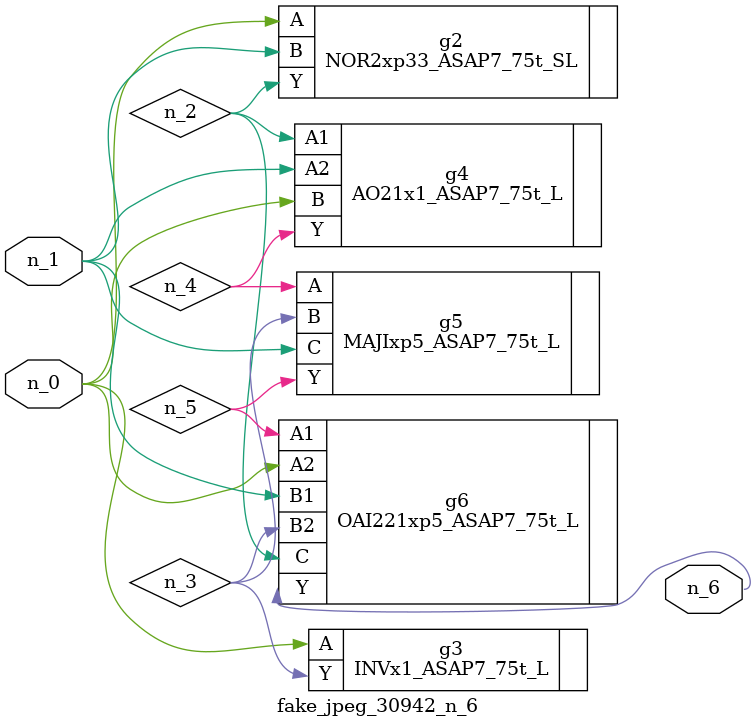
<source format=v>
module fake_jpeg_30942_n_6 (n_0, n_1, n_6);

input n_0;
input n_1;

output n_6;

wire n_3;
wire n_2;
wire n_4;
wire n_5;

NOR2xp33_ASAP7_75t_SL g2 ( 
.A(n_0),
.B(n_1),
.Y(n_2)
);

INVx1_ASAP7_75t_L g3 ( 
.A(n_0),
.Y(n_3)
);

AO21x1_ASAP7_75t_L g4 ( 
.A1(n_2),
.A2(n_1),
.B(n_0),
.Y(n_4)
);

MAJIxp5_ASAP7_75t_L g5 ( 
.A(n_4),
.B(n_3),
.C(n_1),
.Y(n_5)
);

OAI221xp5_ASAP7_75t_L g6 ( 
.A1(n_5),
.A2(n_0),
.B1(n_1),
.B2(n_3),
.C(n_2),
.Y(n_6)
);


endmodule
</source>
